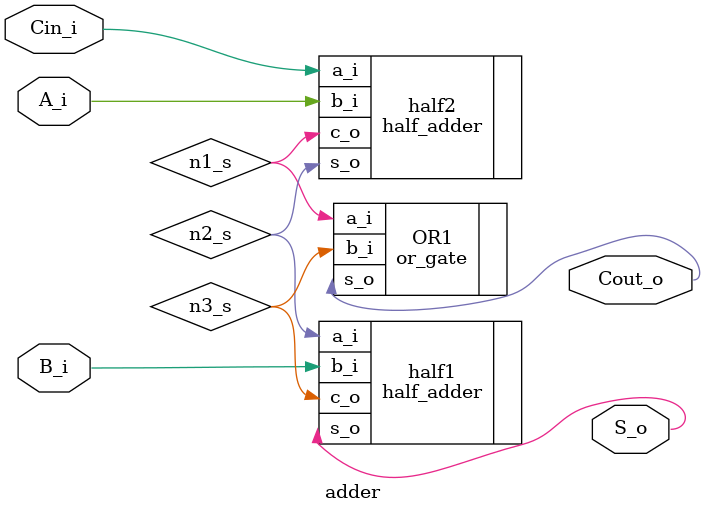
<source format=sv>

`timescale 1ns/1ps

module adder (
	input logic A_i, B_i, Cin_i,
	output logic S_o, Cout_o
);
	//Internal connections declaration
	logic n1_s, n2_s, n3_s;
	//Modules declaration
	half_adder half1 (
		.a_i(n2_s),
		.b_i(B_i),
		.s_o(S_o),
		.c_o(n3_s)
	);
	half_adder half2 (
		.a_i(Cin_i),
		.b_i(A_i),
		.s_o(n2_s),
		.c_o(n1_s)
	);
	or_gate #(0,1) OR1 (
		.a_i(n1_s),
		.b_i(n3_s),
		.s_o(Cout_o)
	);
endmodule : adder	

</source>
